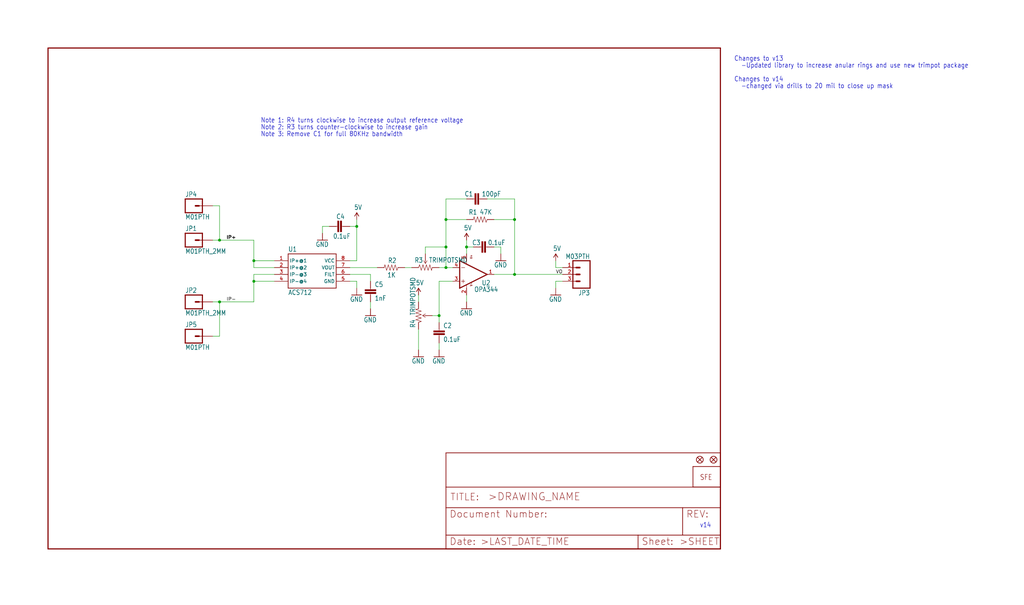
<source format=kicad_sch>
(kicad_sch (version 20211123) (generator eeschema)
  (paper "User" 379.095 223.926)
  (lib_symbols
    (symbol "eagleSchem-eagle-import:5V" (power)
      (property "Value" "5V" (at -1.016 3.556 0))
      (symbol "5V_1_0"
        (polyline (pts (xy 0 2.54) (xy -0.762 1.27)) (stroke (width 0.254)))
        (polyline (pts (xy 0.762 1.27) (xy 0 2.54)) (stroke (width 0.254)))
        (pin power_in line (at 0 0 90) (length 2.54) (name "5V") (number "1"))
      )
    )
    (symbol "eagleSchem-eagle-import:ACS712"
      (property "Value" "ACS712" (at -10.16 -7.62 0))
      (symbol "ACS712_1_0"
        (polyline (pts (xy -10.16 -5.08) (xy -10.16 7.62)) (stroke (width 0.254)))
        (polyline (pts (xy -10.16 7.62) (xy 7.62 7.62)) (stroke (width 0.254)))
        (polyline (pts (xy 7.62 -5.08) (xy -10.16 -5.08)) (stroke (width 0.254)))
        (polyline (pts (xy 7.62 7.62) (xy 7.62 -5.08)) (stroke (width 0.254)))
        (pin bidirectional line (at -15.24 5.08 0) (length 5.08) (name "IP+@1") (number "1"))
        (pin bidirectional line (at -15.24 2.54 0) (length 5.08) (name "IP+@2") (number "2"))
        (pin bidirectional line (at -15.24 0 0) (length 5.08) (name "IP-@3") (number "3"))
        (pin bidirectional line (at -15.24 -2.54 0) (length 5.08) (name "IP-@4") (number "4"))
        (pin bidirectional line (at 12.7 -2.54 180) (length 5.08) (name "GND") (number "5"))
        (pin bidirectional line (at 12.7 0 180) (length 5.08) (name "FILT") (number "6"))
        (pin bidirectional line (at 12.7 2.54 180) (length 5.08) (name "VOUT") (number "7"))
        (pin bidirectional line (at 12.7 5.08 180) (length 5.08) (name "VCC") (number "8"))
      )
    )
    (symbol "eagleSchem-eagle-import:CAP0402-CAP"
      (property "Reference" "C" (at 1.524 2.921 0))
      (property "Value" "CAP0402-CAP" (at 1.524 -2.159 0))
      (symbol "CAP0402-CAP_1_0"
        (rectangle (start -2.032 0.508) (end 2.032 1.016) (fill (type outline)))
        (rectangle (start -2.032 1.524) (end 2.032 2.032) (fill (type outline)))
        (polyline (pts (xy 0 0) (xy 0 0.508)) (stroke (width 0.1524)))
        (polyline (pts (xy 0 2.54) (xy 0 2.032)) (stroke (width 0.1524)))
        (pin passive line (at 0 5.08 270) (length 2.54) (name "1") (number "1"))
        (pin passive line (at 0 -2.54 90) (length 2.54) (name "2") (number "2"))
      )
    )
    (symbol "eagleSchem-eagle-import:FIDUCIALUFIDUCIAL"
      (symbol "FIDUCIALUFIDUCIAL_1_0"
        (polyline (pts (xy -0.762 0.762) (xy 0.762 -0.762)) (stroke (width 0.254)))
        (polyline (pts (xy 0.762 0.762) (xy -0.762 -0.762)) (stroke (width 0.254)))
        (circle (center 0 0) (radius 1.27) (stroke (width 0.254)))
      )
    )
    (symbol "eagleSchem-eagle-import:FRAME-LETTER"
      (symbol "FRAME-LETTER_1_0"
        (polyline (pts (xy 0 0) (xy 248.92 0)) (stroke (width 0.4064)))
        (polyline (pts (xy 0 185.42) (xy 0 0)) (stroke (width 0.4064)))
        (polyline (pts (xy 0 185.42) (xy 248.92 185.42)) (stroke (width 0.4064)))
        (polyline (pts (xy 248.92 185.42) (xy 248.92 0)) (stroke (width 0.4064)))
      )
      (symbol "FRAME-LETTER_2_0"
        (polyline (pts (xy 0 0) (xy 0 5.08)) (stroke (width 0.254)))
        (polyline (pts (xy 0 0) (xy 71.12 0)) (stroke (width 0.254)))
        (polyline (pts (xy 0 5.08) (xy 0 15.24)) (stroke (width 0.254)))
        (polyline (pts (xy 0 5.08) (xy 71.12 5.08)) (stroke (width 0.254)))
        (polyline (pts (xy 0 15.24) (xy 0 22.86)) (stroke (width 0.254)))
        (polyline (pts (xy 0 22.86) (xy 0 35.56)) (stroke (width 0.254)))
        (polyline (pts (xy 0 22.86) (xy 101.6 22.86)) (stroke (width 0.254)))
        (polyline (pts (xy 71.12 0) (xy 101.6 0)) (stroke (width 0.254)))
        (polyline (pts (xy 71.12 5.08) (xy 71.12 0)) (stroke (width 0.254)))
        (polyline (pts (xy 71.12 5.08) (xy 87.63 5.08)) (stroke (width 0.254)))
        (polyline (pts (xy 87.63 5.08) (xy 101.6 5.08)) (stroke (width 0.254)))
        (polyline (pts (xy 87.63 15.24) (xy 0 15.24)) (stroke (width 0.254)))
        (polyline (pts (xy 87.63 15.24) (xy 87.63 5.08)) (stroke (width 0.254)))
        (polyline (pts (xy 101.6 5.08) (xy 101.6 0)) (stroke (width 0.254)))
        (polyline (pts (xy 101.6 15.24) (xy 87.63 15.24)) (stroke (width 0.254)))
        (polyline (pts (xy 101.6 15.24) (xy 101.6 5.08)) (stroke (width 0.254)))
        (polyline (pts (xy 101.6 22.86) (xy 101.6 15.24)) (stroke (width 0.254)))
        (polyline (pts (xy 101.6 35.56) (xy 0 35.56)) (stroke (width 0.254)))
        (polyline (pts (xy 101.6 35.56) (xy 101.6 22.86)) (stroke (width 0.254)))
        (text ">DRAWING_NAME" (at 15.494 17.78 0) (effects (font (size 2.7432 2.7432)) (justify left bottom)))
        (text ">LAST_DATE_TIME" (at 12.7 1.27 0) (effects (font (size 2.54 2.54)) (justify left bottom)))
        (text ">SHEET" (at 86.36 1.27 0) (effects (font (size 2.54 2.54)) (justify left bottom)))
        (text "Date:" (at 1.27 1.27 0) (effects (font (size 2.54 2.54)) (justify left bottom)))
        (text "Document Number:" (at 1.27 11.43 0) (effects (font (size 2.54 2.54)) (justify left bottom)))
        (text "REV:" (at 88.9 11.43 0) (effects (font (size 2.54 2.54)) (justify left bottom)))
        (text "Sheet:" (at 72.39 1.27 0) (effects (font (size 2.54 2.54)) (justify left bottom)))
        (text "TITLE:" (at 1.524 17.78 0) (effects (font (size 2.54 2.54)) (justify left bottom)))
      )
    )
    (symbol "eagleSchem-eagle-import:GND" (power)
      (property "Value" "GND" (at -2.54 -2.54 0))
      (symbol "GND_1_0"
        (polyline (pts (xy -1.905 0) (xy 1.905 0)) (stroke (width 0.254)))
        (pin power_in line (at 0 2.54 270) (length 2.54) (name "GND") (number "1"))
      )
    )
    (symbol "eagleSchem-eagle-import:LOGO-SFENEW"
      (symbol "LOGO-SFENEW_1_0"
        (polyline (pts (xy -2.54 -2.54) (xy 7.62 -2.54)) (stroke (width 0.254)))
        (polyline (pts (xy -2.54 5.08) (xy -2.54 -2.54)) (stroke (width 0.254)))
        (polyline (pts (xy 7.62 -2.54) (xy 7.62 5.08)) (stroke (width 0.254)))
        (polyline (pts (xy 7.62 5.08) (xy -2.54 5.08)) (stroke (width 0.254)))
        (text "SFE" (at 0 0 0) (effects (font (size 1.9304 1.6408)) (justify left bottom)))
      )
    )
    (symbol "eagleSchem-eagle-import:M01PTH"
      (property "Reference" "JP" (at -2.54 3.302 0))
      (property "Value" "M01PTH" (at -2.54 -5.08 0))
      (symbol "M01PTH_1_0"
        (polyline (pts (xy -2.54 2.54) (xy -2.54 -2.54)) (stroke (width 0.4064)))
        (polyline (pts (xy -2.54 2.54) (xy 3.81 2.54)) (stroke (width 0.4064)))
        (polyline (pts (xy 1.27 0) (xy 2.54 0)) (stroke (width 0.6096)))
        (polyline (pts (xy 3.81 -2.54) (xy -2.54 -2.54)) (stroke (width 0.4064)))
        (polyline (pts (xy 3.81 -2.54) (xy 3.81 2.54)) (stroke (width 0.4064)))
        (pin passive line (at 7.62 0 180) (length 5.08) (name "1") (number "1"))
      )
    )
    (symbol "eagleSchem-eagle-import:M01PTH_2MM"
      (property "Reference" "JP" (at -2.54 3.302 0))
      (property "Value" "M01PTH_2MM" (at -2.54 -5.08 0))
      (symbol "M01PTH_2MM_1_0"
        (polyline (pts (xy -2.54 2.54) (xy -2.54 -2.54)) (stroke (width 0.4064)))
        (polyline (pts (xy -2.54 2.54) (xy 3.81 2.54)) (stroke (width 0.4064)))
        (polyline (pts (xy 1.27 0) (xy 2.54 0)) (stroke (width 0.6096)))
        (polyline (pts (xy 3.81 -2.54) (xy -2.54 -2.54)) (stroke (width 0.4064)))
        (polyline (pts (xy 3.81 -2.54) (xy 3.81 2.54)) (stroke (width 0.4064)))
        (pin passive line (at 7.62 0 180) (length 5.08) (name "1") (number "1"))
      )
    )
    (symbol "eagleSchem-eagle-import:M03PTH"
      (property "Reference" "JP" (at -2.54 5.842 0))
      (property "Value" "M03PTH" (at -2.54 -7.62 0))
      (symbol "M03PTH_1_0"
        (polyline (pts (xy -2.54 5.08) (xy -2.54 -5.08)) (stroke (width 0.4064)))
        (polyline (pts (xy -2.54 5.08) (xy 3.81 5.08)) (stroke (width 0.4064)))
        (polyline (pts (xy 1.27 -2.54) (xy 2.54 -2.54)) (stroke (width 0.6096)))
        (polyline (pts (xy 1.27 0) (xy 2.54 0)) (stroke (width 0.6096)))
        (polyline (pts (xy 1.27 2.54) (xy 2.54 2.54)) (stroke (width 0.6096)))
        (polyline (pts (xy 3.81 -5.08) (xy -2.54 -5.08)) (stroke (width 0.4064)))
        (polyline (pts (xy 3.81 -5.08) (xy 3.81 5.08)) (stroke (width 0.4064)))
        (pin passive line (at 7.62 -2.54 180) (length 5.08) (name "1") (number "1"))
        (pin passive line (at 7.62 0 180) (length 5.08) (name "2") (number "2"))
        (pin passive line (at 7.62 2.54 180) (length 5.08) (name "3") (number "3"))
      )
    )
    (symbol "eagleSchem-eagle-import:OPA344"
      (property "Value" "OPA344" (at 5.08 5.08 0))
      (symbol "OPA344_1_0"
        (polyline (pts (xy -2.54 -5.08) (xy -2.54 5.08)) (stroke (width 0.4064)))
        (polyline (pts (xy -2.54 5.08) (xy 7.62 0)) (stroke (width 0.4064)))
        (polyline (pts (xy -1.905 -2.54) (xy -0.635 -2.54)) (stroke (width 0.1524)))
        (polyline (pts (xy -1.905 2.54) (xy -0.635 2.54)) (stroke (width 0.1524)))
        (polyline (pts (xy -1.27 -3.175) (xy -1.27 -1.905)) (stroke (width 0.1524)))
        (polyline (pts (xy 0 -5.08) (xy 0 -3.8862)) (stroke (width 0.1524)))
        (polyline (pts (xy 0 3.9116) (xy 0 5.08)) (stroke (width 0.1524)))
        (polyline (pts (xy 7.62 0) (xy -2.54 -5.08)) (stroke (width 0.4064)))
        (text "V+" (at 1.27 5.715 900) (effects (font (size 0.8128 0.6908)) (justify left top)))
        (text "V-" (at 1.27 -4.445 900) (effects (font (size 0.8128 0.6908)) (justify left top)))
        (pin output line (at 10.16 0 180) (length 2.54) (name "OUT") (number "1"))
        (pin power_in line (at 0 -7.62 90) (length 2.54) (name "V-") (number "2"))
        (pin input line (at -5.08 -2.54 0) (length 2.54) (name "+IN") (number "3"))
        (pin input line (at -5.08 2.54 0) (length 2.54) (name "-IN") (number "4"))
        (pin power_in line (at 0 7.62 270) (length 2.54) (name "V+") (number "5"))
      )
    )
    (symbol "eagleSchem-eagle-import:RESISTOR0402-RES"
      (property "Reference" "R" (at -3.81 1.4986 0))
      (property "Value" "RESISTOR0402-RES" (at -3.81 -3.302 0))
      (symbol "RESISTOR0402-RES_1_0"
        (polyline (pts (xy -2.54 0) (xy -2.159 1.016)) (stroke (width 0.1524)))
        (polyline (pts (xy -2.159 1.016) (xy -1.524 -1.016)) (stroke (width 0.1524)))
        (polyline (pts (xy -1.524 -1.016) (xy -0.889 1.016)) (stroke (width 0.1524)))
        (polyline (pts (xy -0.889 1.016) (xy -0.254 -1.016)) (stroke (width 0.1524)))
        (polyline (pts (xy -0.254 -1.016) (xy 0.381 1.016)) (stroke (width 0.1524)))
        (polyline (pts (xy 0.381 1.016) (xy 1.016 -1.016)) (stroke (width 0.1524)))
        (polyline (pts (xy 1.016 -1.016) (xy 1.651 1.016)) (stroke (width 0.1524)))
        (polyline (pts (xy 1.651 1.016) (xy 2.286 -1.016)) (stroke (width 0.1524)))
        (polyline (pts (xy 2.286 -1.016) (xy 2.54 0)) (stroke (width 0.1524)))
        (pin passive line (at -5.08 0 0) (length 2.54) (name "1") (number "1"))
        (pin passive line (at 5.08 0 180) (length 2.54) (name "2") (number "2"))
      )
    )
    (symbol "eagleSchem-eagle-import:TRIMPOTSMD"
      (property "Reference" "R" (at -11.43 1.4986 0))
      (property "Value" "TRIMPOTSMD" (at -3.81 -3.302 0))
      (symbol "TRIMPOTSMD_1_0"
        (polyline (pts (xy -2.54 0) (xy -2.159 1.016)) (stroke (width 0.1524)))
        (polyline (pts (xy -2.159 1.016) (xy -1.524 -1.016)) (stroke (width 0.1524)))
        (polyline (pts (xy -1.524 -1.016) (xy -0.889 1.016)) (stroke (width 0.1524)))
        (polyline (pts (xy -0.889 1.016) (xy -0.254 -1.016)) (stroke (width 0.1524)))
        (polyline (pts (xy -0.635 2.54) (xy 0 1.524)) (stroke (width 0.1524)))
        (polyline (pts (xy -0.254 -1.016) (xy 0.381 1.016)) (stroke (width 0.1524)))
        (polyline (pts (xy 0 1.524) (xy 0.635 2.54)) (stroke (width 0.1524)))
        (polyline (pts (xy 0 2.54) (xy 0 1.524)) (stroke (width 0.1524)))
        (polyline (pts (xy 0.381 1.016) (xy 1.016 -1.016)) (stroke (width 0.1524)))
        (polyline (pts (xy 1.016 -1.016) (xy 1.651 1.016)) (stroke (width 0.1524)))
        (polyline (pts (xy 1.651 1.016) (xy 2.286 -1.016)) (stroke (width 0.1524)))
        (polyline (pts (xy 2.286 -1.016) (xy 2.54 0)) (stroke (width 0.1524)))
        (pin passive line (at -5.08 0 0) (length 2.54) (name "CCW") (number "1"))
        (pin passive line (at 0 5.08 270) (length 2.54) (name "WIPER") (number "2"))
        (pin passive line (at 5.08 0 180) (length 2.54) (name "CW") (number "3"))
      )
    )
  )
  (junction (at 165.1 81.28))
  (junction (at 165.1 99.06))
  (junction (at 132.08 83.82))
  (junction (at 93.98 104.14))
  (junction (at 162.56 116.84))
  (junction (at 93.98 96.52))
  (junction (at 81.28 88.9))
  (junction (at 190.5 101.6))
  (junction (at 172.72 91.44))
  (junction (at 190.5 81.28))
  (junction (at 165.1 91.44))
  (junction (at 81.28 111.76))
  (wire (pts (xy 172.72 88.9) (xy 172.72 91.44)))
  (wire (pts (xy 165.1 81.28) (xy 165.1 91.44)))
  (wire (pts (xy 129.54 104.14) (xy 132.08 104.14)))
  (wire (pts (xy 154.94 121.92) (xy 154.94 129.54)))
  (wire (pts (xy 157.48 91.44) (xy 165.1 91.44)))
  (wire (pts (xy 160.02 116.84) (xy 162.56 116.84)))
  (wire (pts (xy 137.16 111.76) (xy 137.16 114.3)))
  (wire (pts (xy 172.72 81.28) (xy 165.1 81.28)))
  (wire (pts (xy 78.74 88.9) (xy 81.28 88.9)))
  (wire (pts (xy 101.6 96.52) (xy 93.98 96.52)))
  (wire (pts (xy 205.74 99.06) (xy 205.74 96.52)))
  (wire (pts (xy 190.5 101.6) (xy 182.88 101.6)))
  (wire (pts (xy 205.74 104.14) (xy 208.28 104.14)))
  (wire (pts (xy 172.72 91.44) (xy 175.26 91.44)))
  (wire (pts (xy 93.98 88.9) (xy 93.98 96.52)))
  (wire (pts (xy 157.48 93.98) (xy 157.48 91.44)))
  (wire (pts (xy 205.74 106.68) (xy 205.74 104.14)))
  (wire (pts (xy 81.28 124.46) (xy 81.28 111.76)))
  (wire (pts (xy 165.1 73.66) (xy 165.1 81.28)))
  (wire (pts (xy 165.1 91.44) (xy 165.1 99.06)))
  (wire (pts (xy 132.08 104.14) (xy 132.08 106.68)))
  (wire (pts (xy 129.54 83.82) (xy 132.08 83.82)))
  (wire (pts (xy 129.54 101.6) (xy 137.16 101.6)))
  (wire (pts (xy 149.86 99.06) (xy 152.4 99.06)))
  (wire (pts (xy 208.28 99.06) (xy 205.74 99.06)))
  (wire (pts (xy 93.98 111.76) (xy 81.28 111.76)))
  (wire (pts (xy 162.56 127) (xy 162.56 129.54)))
  (wire (pts (xy 129.54 99.06) (xy 139.7 99.06)))
  (wire (pts (xy 180.34 73.66) (xy 190.5 73.66)))
  (wire (pts (xy 165.1 99.06) (xy 167.64 99.06)))
  (wire (pts (xy 101.6 104.14) (xy 93.98 104.14)))
  (wire (pts (xy 78.74 124.46) (xy 81.28 124.46)))
  (wire (pts (xy 162.56 116.84) (xy 162.56 104.14)))
  (wire (pts (xy 93.98 96.52) (xy 93.98 99.06)))
  (wire (pts (xy 81.28 111.76) (xy 78.74 111.76)))
  (wire (pts (xy 81.28 76.2) (xy 81.28 88.9)))
  (wire (pts (xy 121.92 83.82) (xy 119.38 83.82)))
  (wire (pts (xy 119.38 83.82) (xy 119.38 86.36)))
  (wire (pts (xy 78.74 76.2) (xy 81.28 76.2)))
  (wire (pts (xy 162.56 119.38) (xy 162.56 116.84)))
  (wire (pts (xy 93.98 104.14) (xy 93.98 111.76)))
  (wire (pts (xy 172.72 93.98) (xy 172.72 91.44)))
  (wire (pts (xy 101.6 101.6) (xy 93.98 101.6)))
  (wire (pts (xy 185.42 91.44) (xy 182.88 91.44)))
  (wire (pts (xy 81.28 88.9) (xy 93.98 88.9)))
  (wire (pts (xy 190.5 101.6) (xy 208.28 101.6)))
  (wire (pts (xy 182.88 81.28) (xy 190.5 81.28)))
  (wire (pts (xy 93.98 101.6) (xy 93.98 104.14)))
  (wire (pts (xy 93.98 99.06) (xy 101.6 99.06)))
  (wire (pts (xy 137.16 101.6) (xy 137.16 104.14)))
  (wire (pts (xy 162.56 99.06) (xy 165.1 99.06)))
  (wire (pts (xy 185.42 93.98) (xy 185.42 91.44)))
  (wire (pts (xy 162.56 104.14) (xy 167.64 104.14)))
  (wire (pts (xy 190.5 81.28) (xy 190.5 101.6)))
  (wire (pts (xy 172.72 73.66) (xy 165.1 73.66)))
  (wire (pts (xy 190.5 73.66) (xy 190.5 81.28)))
  (wire (pts (xy 129.54 96.52) (xy 132.08 96.52)))
  (wire (pts (xy 172.72 109.22) (xy 172.72 111.76)))
  (wire (pts (xy 154.94 111.76) (xy 154.94 109.22)))
  (wire (pts (xy 132.08 96.52) (xy 132.08 83.82)))
  (wire (pts (xy 132.08 83.82) (xy 132.08 81.28)))
  (text "-changed via drills to 20 mil to close up mask" (at 274.32 33.02 180) (effects (font (size 1.778 1.5113)) (justify left bottom)))
  (text "Changes to v14" (at 271.78 30.48 180) (effects (font (size 1.778 1.5113)) (justify left bottom)))
  (text "v14" (at 259.08 195.58 180) (effects (font (size 1.778 1.5113)) (justify left bottom)))
  (text "Note 1: R4 turns clockwise to increase output reference voltage" (at 96.52 45.72 0) (effects (font (size 1.778 1.5113)) (justify left bottom)))
  (text "Note 2: R3 turns counter-clockwise to increase gain" (at 96.52 48.26 0) (effects (font (size 1.778 1.5113)) (justify left bottom)))
  (text "Note 3: Remove C1 for full 80KHz bandwidth" (at 96.52 50.8 180) (effects (font (size 1.778 1.5113)) (justify left bottom)))
  (text "-Updated library to increase anular rings and use new trimpot package" (at 274.32 25.4 0) (effects (font (size 1.778 1.5113)) (justify left bottom)))
  (text "Changes to v13" (at 271.78 22.86 180) (effects (font (size 1.778 1.5113)) (justify left bottom)))
  (label "IP+" (at 83.82 88.9 0) (effects (font (size 1.2446 1.2446))))
  (label "IP-" (at 83.82 111.76 0) (effects (font (size 1.2446 1.2446))))
  (label "VO" (at 205.74 101.6 0) (effects (font (size 1.2446 1.2446))))
  (label "IP+" (at 83.82 88.9 0) (effects (font (size 1.2446 1.2446))))
  (label "IP+" (at 83.82 88.9 0) (effects (font (size 1.2446 1.2446))))
  (symbol (lib_id "eagleSchem-eagle-import:5V") (at 154.94 109.22 0) (unit 1)
    (property "Reference" "#U$8" (effects hide))
    (property "Value" "5V" (at 153.924 105.664 0) (effects (font (size 1.778 1.5113)) (justify left bottom)))
    (property "Footprint" "eagleSchem:" (effects hide))
  )
  (symbol (lib_id "eagleSchem-eagle-import:GND") (at 137.16 116.84 0) (unit 1)
    (property "Reference" "#GND8" (effects hide))
    (property "Value" "GND" (at 134.62 119.38 0) (effects (font (size 1.778 1.5113)) (justify left bottom)))
    (property "Footprint" "eagleSchem:" (effects hide))
  )
  (symbol (lib_id "eagleSchem-eagle-import:M03PTH") (at 215.9 101.6 180) (unit 1)
    (property "Reference" "JP3" (at 218.44 107.442 0) (effects (font (size 1.778 1.5113)) (justify left bottom)))
    (property "Value" "M03PTH" (at 218.44 93.98 0) (effects (font (size 1.778 1.5113)) (justify left bottom)))
    (property "Footprint" "eagleSchem:1X03" (effects hide))
  )
  (symbol (lib_id "eagleSchem-eagle-import:FIDUCIALUFIDUCIAL") (at 259.08 170.18 0) (unit 1)
    (property "Reference" "U$3" (effects hide))
    (property "Value" "FIDUCIALUFIDUCIAL" (effects hide))
    (property "Footprint" "eagleSchem:MICRO-FIDUCIAL" (effects hide))
  )
  (symbol (lib_id "eagleSchem-eagle-import:5V") (at 132.08 81.28 0) (unit 1)
    (property "Reference" "#U$6" (effects hide))
    (property "Value" "5V" (at 131.064 77.724 0) (effects (font (size 1.778 1.5113)) (justify left bottom)))
    (property "Footprint" "eagleSchem:" (effects hide))
  )
  (symbol (lib_id "eagleSchem-eagle-import:RESISTOR0402-RES") (at 177.8 81.28 180) (unit 1)
    (property "Reference" "R1" (at 173.482 79.5274 0) (effects (font (size 1.778 1.5113)) (justify right top)))
    (property "Value" "47K" (at 177.546 79.502 0) (effects (font (size 1.778 1.5113)) (justify right top)))
    (property "Footprint" "eagleSchem:0402-RES" (effects hide))
  )
  (symbol (lib_id "eagleSchem-eagle-import:M01PTH_2MM") (at 71.12 88.9 0) (unit 1)
    (property "Reference" "JP1" (at 68.58 85.598 0) (effects (font (size 1.778 1.5113)) (justify left bottom)))
    (property "Value" "M01PTH_2MM" (at 68.58 93.98 0) (effects (font (size 1.778 1.5113)) (justify left bottom)))
    (property "Footprint" "eagleSchem:1X01_2MM" (effects hide))
  )
  (symbol (lib_id "eagleSchem-eagle-import:ACS712") (at 116.84 101.6 0) (unit 1)
    (property "Reference" "U1" (at 106.68 93.218 0) (effects (font (size 1.778 1.5113)) (justify left bottom)))
    (property "Value" "ACS712" (at 106.68 109.22 0) (effects (font (size 1.778 1.5113)) (justify left bottom)))
    (property "Footprint" "eagleSchem:SO08" (effects hide))
  )
  (symbol (lib_id "eagleSchem-eagle-import:RESISTOR0402-RES") (at 144.78 99.06 180) (unit 1)
    (property "Reference" "R2" (at 146.812 95.4786 0) (effects (font (size 1.778 1.5113)) (justify left bottom)))
    (property "Value" "1K" (at 146.558 100.838 0) (effects (font (size 1.778 1.5113)) (justify left bottom)))
    (property "Footprint" "eagleSchem:0402-RES" (effects hide))
  )
  (symbol (lib_id "eagleSchem-eagle-import:FRAME-LETTER") (at 165.1 203.2 0) (unit 2)
    (property "Reference" "#FRAME1" (effects hide))
    (property "Value" "FRAME-LETTER" (effects hide))
    (property "Footprint" "eagleSchem:" (effects hide))
  )
  (symbol (lib_id "eagleSchem-eagle-import:CAP0402-CAP") (at 162.56 124.46 0) (unit 1)
    (property "Reference" "C2" (at 164.084 121.539 0) (effects (font (size 1.778 1.5113)) (justify left bottom)))
    (property "Value" "0.1uF" (at 164.084 126.619 0) (effects (font (size 1.778 1.5113)) (justify left bottom)))
    (property "Footprint" "eagleSchem:0402-CAP" (effects hide))
  )
  (symbol (lib_id "eagleSchem-eagle-import:LOGO-SFENEW") (at 259.08 177.8 0) (unit 1)
    (property "Reference" "U$2" (effects hide))
    (property "Value" "LOGO-SFENEW" (effects hide))
    (property "Footprint" "eagleSchem:SFE-NEW-WEBLOGO" (effects hide))
  )
  (symbol (lib_id "eagleSchem-eagle-import:CAP0402-CAP") (at 137.16 109.22 0) (unit 1)
    (property "Reference" "C5" (at 138.684 106.299 0) (effects (font (size 1.778 1.5113)) (justify left bottom)))
    (property "Value" "1nF" (at 138.684 111.379 0) (effects (font (size 1.778 1.5113)) (justify left bottom)))
    (property "Footprint" "eagleSchem:0402-CAP" (effects hide))
  )
  (symbol (lib_id "eagleSchem-eagle-import:GND") (at 185.42 96.52 0) (unit 1)
    (property "Reference" "#GND3" (effects hide))
    (property "Value" "GND" (at 182.88 99.06 0) (effects (font (size 1.778 1.5113)) (justify left bottom)))
    (property "Footprint" "eagleSchem:" (effects hide))
  )
  (symbol (lib_id "eagleSchem-eagle-import:CAP0402-CAP") (at 175.26 73.66 270) (unit 1)
    (property "Reference" "C1" (at 171.958 72.771 90) (effects (font (size 1.778 1.5113)) (justify left bottom)))
    (property "Value" "100pF" (at 178.308 72.771 90) (effects (font (size 1.778 1.5113)) (justify left bottom)))
    (property "Footprint" "eagleSchem:0402-CAP" (effects hide))
  )
  (symbol (lib_id "eagleSchem-eagle-import:TRIMPOTSMD") (at 154.94 116.84 270) (mirror x) (unit 1)
    (property "Reference" "R4" (at 151.8666 121.412 0) (effects (font (size 1.778 1.5113)) (justify left bottom)))
    (property "Value" "TRIMPOTSMD" (at 151.892 116.84 0) (effects (font (size 1.778 1.5113)) (justify left bottom)))
    (property "Footprint" "eagleSchem:TRIMPOT-3MM" (effects hide))
  )
  (symbol (lib_id "eagleSchem-eagle-import:5V") (at 205.74 96.52 0) (unit 1)
    (property "Reference" "#U$5" (effects hide))
    (property "Value" "5V" (at 204.724 92.964 0) (effects (font (size 1.778 1.5113)) (justify left bottom)))
    (property "Footprint" "eagleSchem:" (effects hide))
  )
  (symbol (lib_id "eagleSchem-eagle-import:GND") (at 205.74 109.22 0) (unit 1)
    (property "Reference" "#GND1" (effects hide))
    (property "Value" "GND" (at 203.2 111.76 0) (effects (font (size 1.778 1.5113)) (justify left bottom)))
    (property "Footprint" "eagleSchem:" (effects hide))
  )
  (symbol (lib_id "eagleSchem-eagle-import:FIDUCIALUFIDUCIAL") (at 264.16 170.18 0) (unit 1)
    (property "Reference" "U$1" (effects hide))
    (property "Value" "FIDUCIALUFIDUCIAL" (effects hide))
    (property "Footprint" "eagleSchem:MICRO-FIDUCIAL" (effects hide))
  )
  (symbol (lib_id "eagleSchem-eagle-import:M01PTH_2MM") (at 71.12 111.76 0) (unit 1)
    (property "Reference" "JP2" (at 68.58 108.458 0) (effects (font (size 1.778 1.5113)) (justify left bottom)))
    (property "Value" "M01PTH_2MM" (at 68.58 116.84 0) (effects (font (size 1.778 1.5113)) (justify left bottom)))
    (property "Footprint" "eagleSchem:1X01_2MM" (effects hide))
  )
  (symbol (lib_id "eagleSchem-eagle-import:OPA344") (at 172.72 101.6 0) (unit 1)
    (property "Reference" "U2" (at 178.308 103.759 0) (effects (font (size 1.778 1.5113)) (justify left top)))
    (property "Value" "OPA344" (at 175.514 106.172 0) (effects (font (size 1.778 1.5113)) (justify left top)))
    (property "Footprint" "eagleSchem:SOT23-5" (effects hide))
  )
  (symbol (lib_id "eagleSchem-eagle-import:GND") (at 119.38 88.9 0) (unit 1)
    (property "Reference" "#GND7" (effects hide))
    (property "Value" "GND" (at 116.84 91.44 0) (effects (font (size 1.778 1.5113)) (justify left bottom)))
    (property "Footprint" "eagleSchem:" (effects hide))
  )
  (symbol (lib_id "eagleSchem-eagle-import:M01PTH") (at 71.12 124.46 0) (unit 1)
    (property "Reference" "JP5" (at 68.58 121.158 0) (effects (font (size 1.778 1.5113)) (justify left bottom)))
    (property "Value" "M01PTH" (at 68.58 129.54 0) (effects (font (size 1.778 1.5113)) (justify left bottom)))
    (property "Footprint" "eagleSchem:1X01" (effects hide))
  )
  (symbol (lib_id "eagleSchem-eagle-import:CAP0402-CAP") (at 127 83.82 90) (unit 1)
    (property "Reference" "C4" (at 124.46 81.153 90) (effects (font (size 1.778 1.5113)) (justify right top)))
    (property "Value" "0.1uF" (at 129.794 86.487 90) (effects (font (size 1.778 1.5113)) (justify left bottom)))
    (property "Footprint" "eagleSchem:0402-CAP" (effects hide))
  )
  (symbol (lib_id "eagleSchem-eagle-import:FRAME-LETTER") (at 17.78 203.2 0) (unit 1)
    (property "Reference" "#FRAME1" (effects hide))
    (property "Value" "FRAME-LETTER" (effects hide))
    (property "Footprint" "eagleSchem:" (effects hide))
  )
  (symbol (lib_id "eagleSchem-eagle-import:TRIMPOTSMD") (at 157.48 99.06 0) (unit 1)
    (property "Reference" "R3" (at 153.416 97.3074 0) (effects (font (size 1.778 1.5113)) (justify left bottom)))
    (property "Value" "TRIMPOTSMD" (at 158.75 97.282 0) (effects (font (size 1.778 1.5113)) (justify left bottom)))
    (property "Footprint" "eagleSchem:TRIMPOT-3MM" (effects hide))
  )
  (symbol (lib_id "eagleSchem-eagle-import:CAP0402-CAP") (at 180.34 91.44 90) (unit 1)
    (property "Reference" "C3" (at 174.752 90.805 90) (effects (font (size 1.778 1.5113)) (justify right top)))
    (property "Value" "0.1uF" (at 180.594 90.805 90) (effects (font (size 1.778 1.5113)) (justify right top)))
    (property "Footprint" "eagleSchem:0402-CAP" (effects hide))
  )
  (symbol (lib_id "eagleSchem-eagle-import:M01PTH") (at 71.12 76.2 0) (unit 1)
    (property "Reference" "JP4" (at 68.58 72.898 0) (effects (font (size 1.778 1.5113)) (justify left bottom)))
    (property "Value" "M01PTH" (at 68.58 81.28 0) (effects (font (size 1.778 1.5113)) (justify left bottom)))
    (property "Footprint" "eagleSchem:1X01" (effects hide))
  )
  (symbol (lib_id "eagleSchem-eagle-import:GND") (at 132.08 109.22 0) (unit 1)
    (property "Reference" "#GND6" (effects hide))
    (property "Value" "GND" (at 129.54 111.76 0) (effects (font (size 1.778 1.5113)) (justify left bottom)))
    (property "Footprint" "eagleSchem:" (effects hide))
  )
  (symbol (lib_id "eagleSchem-eagle-import:5V") (at 172.72 88.9 0) (unit 1)
    (property "Reference" "#U$7" (effects hide))
    (property "Value" "5V" (at 171.704 85.344 0) (effects (font (size 1.778 1.5113)) (justify left bottom)))
    (property "Footprint" "eagleSchem:" (effects hide))
  )
  (symbol (lib_id "eagleSchem-eagle-import:GND") (at 154.94 132.08 0) (unit 1)
    (property "Reference" "#GND5" (effects hide))
    (property "Value" "GND" (at 152.4 134.62 0) (effects (font (size 1.778 1.5113)) (justify left bottom)))
    (property "Footprint" "eagleSchem:" (effects hide))
  )
  (symbol (lib_id "eagleSchem-eagle-import:GND") (at 172.72 114.3 0) (unit 1)
    (property "Reference" "#GND2" (effects hide))
    (property "Value" "GND" (at 170.18 116.84 0) (effects (font (size 1.778 1.5113)) (justify left bottom)))
    (property "Footprint" "eagleSchem:" (effects hide))
  )
  (symbol (lib_id "eagleSchem-eagle-import:GND") (at 162.56 132.08 0) (unit 1)
    (property "Reference" "#GND4" (effects hide))
    (property "Value" "GND" (at 160.02 134.62 0) (effects (font (size 1.778 1.5113)) (justify left bottom)))
    (property "Footprint" "eagleSchem:" (effects hide))
  )
)
</source>
